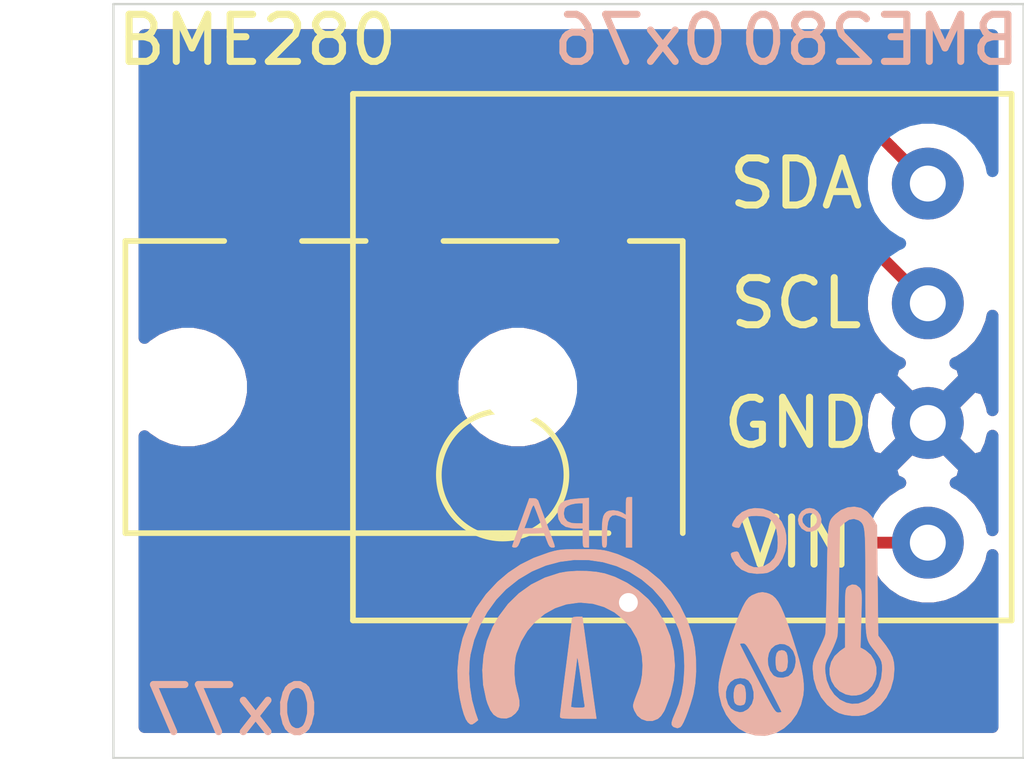
<source format=kicad_pcb>
(kicad_pcb (version 20171130) (host pcbnew "(5.1.5)-3")

  (general
    (thickness 1.6)
    (drawings 9)
    (tracks 11)
    (zones 0)
    (modules 3)
    (nets 5)
  )

  (page A4)
  (layers
    (0 F.Cu signal)
    (31 B.Cu signal)
    (32 B.Adhes user)
    (33 F.Adhes user)
    (34 B.Paste user)
    (35 F.Paste user)
    (36 B.SilkS user)
    (37 F.SilkS user)
    (38 B.Mask user)
    (39 F.Mask user)
    (40 Dwgs.User user)
    (41 Cmts.User user)
    (42 Eco1.User user)
    (43 Eco2.User user)
    (44 Edge.Cuts user)
    (45 Margin user)
    (46 B.CrtYd user)
    (47 F.CrtYd user)
    (48 B.Fab user)
    (49 F.Fab user)
  )

  (setup
    (last_trace_width 0.25)
    (trace_clearance 0.2)
    (zone_clearance 0.508)
    (zone_45_only no)
    (trace_min 0.2)
    (via_size 0.8)
    (via_drill 0.4)
    (via_min_size 0.4)
    (via_min_drill 0.3)
    (uvia_size 0.3)
    (uvia_drill 0.1)
    (uvias_allowed no)
    (uvia_min_size 0.2)
    (uvia_min_drill 0.1)
    (edge_width 0.05)
    (segment_width 0.2)
    (pcb_text_width 0.3)
    (pcb_text_size 1.5 1.5)
    (mod_edge_width 0.12)
    (mod_text_size 1 1)
    (mod_text_width 0.15)
    (pad_size 1.524 1.524)
    (pad_drill 0.762)
    (pad_to_mask_clearance 0.051)
    (solder_mask_min_width 0.25)
    (aux_axis_origin 0 0)
    (visible_elements 7FFFFFFF)
    (pcbplotparams
      (layerselection 0x010fc_ffffffff)
      (usegerberextensions false)
      (usegerberattributes false)
      (usegerberadvancedattributes false)
      (creategerberjobfile false)
      (excludeedgelayer true)
      (linewidth 0.100000)
      (plotframeref false)
      (viasonmask false)
      (mode 1)
      (useauxorigin false)
      (hpglpennumber 1)
      (hpglpenspeed 20)
      (hpglpendiameter 15.000000)
      (psnegative false)
      (psa4output false)
      (plotreference true)
      (plotvalue true)
      (plotinvisibletext false)
      (padsonsilk false)
      (subtractmaskfromsilk false)
      (outputformat 1)
      (mirror false)
      (drillshape 0)
      (scaleselection 1)
      (outputdirectory "gerbers/"))
  )

  (net 0 "")
  (net 1 GND)
  (net 2 SDA)
  (net 3 SCL)
  (net 4 +3V3)

  (net_class Default "Ceci est la Netclass par défaut."
    (clearance 0.2)
    (trace_width 0.25)
    (via_dia 0.8)
    (via_drill 0.4)
    (uvia_dia 0.3)
    (uvia_drill 0.1)
    (add_net +3V3)
    (add_net GND)
    (add_net SCL)
    (add_net SDA)
  )

  (module usini_sensors:module_bme280_alt (layer F.Cu) (tedit 5FDB462B) (tstamp 5FDC76C5)
    (at 179.07 26.67 180)
    (path /5FDC739E)
    (fp_text reference U1 (at 0.254 -10.16) (layer F.SilkS) hide
      (effects (font (size 1 1) (thickness 0.15)))
    )
    (fp_text value module_bme280_alt (at 5.588 3.048) (layer F.Fab)
      (effects (font (size 1 1) (thickness 0.15)))
    )
    (fp_circle (center 9.017 -6.179309) (end 9.779 -5.060916) (layer F.SilkS) (width 0.12))
    (fp_line (start -1.778 1.905) (end -1.778 -9.271) (layer F.SilkS) (width 0.12))
    (fp_line (start 12.192 1.905) (end -1.778 1.905) (layer F.SilkS) (width 0.12))
    (fp_line (start 12.192 -9.271) (end 12.192 1.905) (layer F.SilkS) (width 0.12))
    (fp_line (start -1.778 -9.271) (end 12.192 -9.271) (layer F.SilkS) (width 0.12))
    (fp_text user SDA (at 2.794 0) (layer F.SilkS)
      (effects (font (size 1 1) (thickness 0.15)))
    )
    (fp_text user SCL (at 2.794 -2.54) (layer F.SilkS)
      (effects (font (size 1 1) (thickness 0.15)))
    )
    (fp_text user GND (at 2.794 -5.08) (layer F.SilkS)
      (effects (font (size 1 1) (thickness 0.15)))
    )
    (fp_text user VIN (at 2.794 -7.62) (layer F.SilkS)
      (effects (font (size 1 1) (thickness 0.15)))
    )
    (pad 4 thru_hole circle (at 0 0 180) (size 1.524 1.524) (drill 0.762) (layers *.Cu *.Mask)
      (net 2 SDA))
    (pad 3 thru_hole circle (at 0 -2.54 180) (size 1.524 1.524) (drill 0.762) (layers *.Cu *.Mask)
      (net 3 SCL))
    (pad 2 thru_hole circle (at 0 -5.08 180) (size 1.524 1.524) (drill 0.762) (layers *.Cu *.Mask)
      (net 1 GND))
    (pad 1 thru_hole circle (at 0 -7.62 180) (size 1.524 1.524) (drill 0.762) (layers *.Cu *.Mask)
      (net 4 +3V3))
    (model ${KIPRJMOD}/usini_sensors.pretty/BME280_ALT.STEP
      (offset (xyz -1.5 3.7 9.5))
      (scale (xyz 1 1 1))
      (rotate (xyz 0 0 90))
    )
    (model ${KISYS3DMOD}/Connector_PinHeader_2.54mm.3dshapes/PinHeader_1x04_P2.54mm_Vertical.step
      (offset (xyz 0 7.6 9.5))
      (scale (xyz 1 1 1))
      (rotate (xyz 0 -180 0))
    )
    (model ${KISYS3DMOD}/Connector_PinSocket_2.54mm.3dshapes/PinSocket_1x04_P2.54mm_Vertical.step
      (offset (xyz 0 7.6 0))
      (scale (xyz 1 1 1))
      (rotate (xyz 0 0 0))
    )
  )

  (module usini_sensors:jack_3.5mm_TRRS (layer F.Cu) (tedit 5FDB7F81) (tstamp 5FDA3052)
    (at 168.148 30.988)
    (descr "Headphones with microphone connector, 3.5mm, 4 pins (http://www.qingpu-electronics.com/en/products/WQP-PJ320D-72.html)")
    (tags "3.5mm jack mic microphone phones headphones 4pins audio plug")
    (path /5FDC3E76)
    (attr smd)
    (fp_text reference J1 (at -0.508 0.508 90) (layer F.SilkS) hide
      (effects (font (size 1 1) (thickness 0.15)))
    )
    (fp_text value AudioJack4 (at -0.025 6.35) (layer F.Fab)
      (effects (font (size 1 1) (thickness 0.15)))
    )
    (fp_circle (center 3.9 -2.35) (end 3.95 -2.1) (layer F.Fab) (width 0.12))
    (fp_line (start -6.096 -3.1) (end -6.096 3.1) (layer F.SilkS) (width 0.12))
    (fp_line (start -8.73 -5) (end 6.07 -5) (layer F.CrtYd) (width 0.05))
    (fp_line (start -8.73 5) (end 6.07 5) (layer F.CrtYd) (width 0.05))
    (fp_line (start 5.725 3.1) (end 5.725 -3.1) (layer F.SilkS) (width 0.12))
    (fp_line (start -8.73 5) (end -8.73 -5) (layer F.CrtYd) (width 0.05))
    (fp_line (start 6.07 5) (end 6.07 -5) (layer F.CrtYd) (width 0.05))
    (fp_line (start -6.096 -3.1) (end -4 -3.1) (layer F.SilkS) (width 0.12))
    (fp_line (start -2.35 -3.1) (end -1 -3.1) (layer F.SilkS) (width 0.12))
    (fp_line (start 0.65 -3.1) (end 3.05 -3.1) (layer F.SilkS) (width 0.12))
    (fp_line (start 4.6 -3.1) (end 5.725 -3.1) (layer F.SilkS) (width 0.12))
    (fp_line (start 4.15 3.1) (end -6.096 3.1) (layer F.SilkS) (width 0.12))
    (fp_line (start 5.575 -2.9) (end 5.575 2.9) (layer F.Fab) (width 0.1))
    (fp_line (start -6.096 -2.9) (end 5.575 -2.9) (layer F.Fab) (width 0.1))
    (fp_line (start -6.096 -2.3) (end -6.096 -2.9) (layer F.Fab) (width 0.1))
    (fp_line (start -8.225 -2.3) (end -6.096 -2.3) (layer F.Fab) (width 0.1))
    (fp_line (start -8.225 2.3) (end -8.225 -2.3) (layer F.Fab) (width 0.1))
    (fp_line (start -6.096 2.3) (end -8.225 2.3) (layer F.Fab) (width 0.1))
    (fp_line (start -6.096 2.9) (end -6.096 2.286) (layer F.Fab) (width 0.1))
    (fp_line (start 5.575 2.9) (end -6.096 2.9) (layer F.Fab) (width 0.1))
    (fp_text user %R (at -1.195 0) (layer F.Fab)
      (effects (font (size 1 1) (thickness 0.15)))
    )
    (pad "" np_thru_hole circle (at 2.225 0) (size 1.5 1.5) (drill 1.5) (layers *.Cu *.Mask))
    (pad "" np_thru_hole circle (at -4.775 0) (size 1.5 1.5) (drill 1.5) (layers *.Cu *.Mask))
    (pad R2 smd roundrect (at -3.175 -4.572) (size 1.2 3.2) (layers F.Cu F.Paste F.Mask) (roundrect_rratio 0.25)
      (net 2 SDA))
    (pad R1 smd roundrect (at -0.175 -4.572) (size 1.2 3.2) (layers F.Cu F.Paste F.Mask) (roundrect_rratio 0.25)
      (net 3 SCL))
    (pad T smd roundrect (at 3.81 -4.572) (size 1.2 3.2) (layers F.Cu F.Paste F.Mask) (roundrect_rratio 0.25)
      (net 4 +3V3))
    (pad S smd roundrect (at 4.925 4.572) (size 1.2 3.2) (layers F.Cu F.Paste F.Mask) (roundrect_rratio 0.25)
      (net 1 GND))
    (model ${KIPRJMOD}/usini_sensors.pretty/audio_3.5mm_trrs.step
      (offset (xyz 5.5 -3 0))
      (scale (xyz 1 1 1))
      (rotate (xyz 0 0 -90))
    )
  )

  (module usini_sensors:temp_hum_baro_logo (layer B.Cu) (tedit 0) (tstamp 5FDA7B51)
    (at 173.736 35.814 180)
    (fp_text reference L1 (at -4.064 -5.588) (layer B.SilkS) hide
      (effects (font (size 1.524 1.524) (thickness 0.3)) (justify mirror))
    )
    (fp_text value LOGO (at 0.762 -5.842) (layer B.SilkS) hide
      (effects (font (size 1.524 1.524) (thickness 0.3)) (justify mirror))
    )
    (fp_poly (pts (xy -3.651278 0.600802) (xy -3.6322 0.584201) (xy -3.616297 0.565731) (xy -3.604104 0.541864)
      (xy -3.595132 0.506149) (xy -3.588888 0.452133) (xy -3.584884 0.373365) (xy -3.582629 0.263393)
      (xy -3.581631 0.115763) (xy -3.581401 -0.075974) (xy -3.5814 -0.08401) (xy -3.5814 -0.70142)
      (xy -3.470925 -0.779291) (xy -3.358498 -0.885343) (xy -3.286829 -1.009894) (xy -3.253801 -1.144851)
      (xy -3.257301 -1.282125) (xy -3.295212 -1.413623) (xy -3.365421 -1.531255) (xy -3.465812 -1.62693)
      (xy -3.59427 -1.692557) (xy -3.716301 -1.71803) (xy -3.812653 -1.715142) (xy -3.909008 -1.695409)
      (xy -3.920359 -1.6915) (xy -4.050676 -1.619094) (xy -4.148212 -1.51639) (xy -4.212428 -1.392347)
      (xy -4.242782 -1.255925) (xy -4.238735 -1.116084) (xy -4.199746 -0.981783) (xy -4.125274 -0.861984)
      (xy -4.014781 -0.765645) (xy -3.977488 -0.744185) (xy -3.903676 -0.705797) (xy -3.920614 -0.102675)
      (xy -3.925804 0.087837) (xy -3.929067 0.234284) (xy -3.930043 0.343376) (xy -3.928373 0.421824)
      (xy -3.923697 0.476337) (xy -3.915653 0.513627) (xy -3.903883 0.540404) (xy -3.888026 0.563378)
      (xy -3.884633 0.567724) (xy -3.813967 0.622001) (xy -3.730981 0.633366) (xy -3.651278 0.600802)) (layer B.SilkS) (width 0.01))
    (fp_poly (pts (xy -2.171637 -0.775873) (xy -2.131696 -0.821651) (xy -2.111912 -0.905571) (xy -2.1082 -0.9906)
      (xy -2.113212 -1.076274) (xy -2.125948 -1.14699) (xy -2.134494 -1.170069) (xy -2.180619 -1.209499)
      (xy -2.246054 -1.21643) (xy -2.310248 -1.189852) (xy -2.322286 -1.179285) (xy -2.351658 -1.116917)
      (xy -2.36217 -1.007465) (xy -2.3622 -0.999815) (xy -2.355213 -0.883127) (xy -2.33191 -0.809029)
      (xy -2.288785 -0.770952) (xy -2.2352 -0.762) (xy -2.171637 -0.775873)) (layer B.SilkS) (width 0.01))
    (fp_poly (pts (xy -1.299334 -1.488773) (xy -1.261237 -1.51965) (xy -1.23543 -1.575779) (xy -1.22127 -1.661612)
      (xy -1.219624 -1.757206) (xy -1.231361 -1.842623) (xy -1.245494 -1.881269) (xy -1.290322 -1.918251)
      (xy -1.356879 -1.930367) (xy -1.421405 -1.915373) (xy -1.442721 -1.89992) (xy -1.462965 -1.852537)
      (xy -1.472811 -1.773671) (xy -1.472701 -1.681468) (xy -1.463077 -1.594072) (xy -1.444383 -1.529632)
      (xy -1.433286 -1.513114) (xy -1.367542 -1.476549) (xy -1.299334 -1.488773)) (layer B.SilkS) (width 0.01))
    (fp_poly (pts (xy -2.752186 2.242429) (xy -2.662361 2.189092) (xy -2.605388 2.10802) (xy -2.58398 2.012273)
      (xy -2.600854 1.914911) (xy -2.658722 1.828995) (xy -2.665047 1.823146) (xy -2.759515 1.765679)
      (xy -2.859585 1.758448) (xy -2.952112 1.792194) (xy -3.029629 1.857258) (xy -3.06819 1.939059)
      (xy -3.071816 2.020306) (xy -2.989403 2.020306) (xy -2.977816 1.947809) (xy -2.930339 1.884289)
      (xy -2.895179 1.861465) (xy -2.839889 1.836131) (xy -2.802575 1.835215) (xy -2.759323 1.86168)
      (xy -2.733926 1.881444) (xy -2.679618 1.949488) (xy -2.667782 2.023912) (xy -2.693789 2.092063)
      (xy -2.753011 2.141289) (xy -2.835452 2.159) (xy -2.915558 2.139168) (xy -2.967762 2.088514)
      (xy -2.989403 2.020306) (xy -3.071816 2.020306) (xy -3.072151 2.027789) (xy -3.045868 2.113638)
      (xy -2.993697 2.186797) (xy -2.919992 2.237456) (xy -2.829111 2.255807) (xy -2.752186 2.242429)) (layer B.SilkS) (width 0.01))
    (fp_poly (pts (xy 3.297912 1.961871) (xy 3.352097 1.811488) (xy 3.399853 1.677312) (xy 3.438623 1.566659)
      (xy 3.465854 1.486844) (xy 3.478989 1.44518) (xy 3.4798 1.441171) (xy 3.458182 1.426636)
      (xy 3.421224 1.4224) (xy 3.384762 1.430791) (xy 3.355315 1.463031) (xy 3.324849 1.529721)
      (xy 3.310567 1.56845) (xy 3.258485 1.7145) (xy 2.801465 1.729008) (xy 2.745568 1.575704)
      (xy 2.711575 1.490447) (xy 2.68299 1.443637) (xy 2.651774 1.424733) (xy 2.628662 1.4224)
      (xy 2.590634 1.425238) (xy 2.579623 1.442894) (xy 2.591776 1.489082) (xy 2.601913 1.51765)
      (xy 2.626161 1.584468) (xy 2.661944 1.682319) (xy 2.70567 1.801462) (xy 2.719654 1.839477)
      (xy 2.8448 1.839477) (xy 2.868126 1.834369) (xy 2.929821 1.830592) (xy 3.017457 1.828846)
      (xy 3.034929 1.8288) (xy 3.225058 1.8288) (xy 3.178154 1.94945) (xy 3.141282 2.048552)
      (xy 3.102118 2.160061) (xy 3.086825 2.205732) (xy 3.059748 2.275275) (xy 3.035346 2.315791)
      (xy 3.022152 2.320032) (xy 3.007404 2.290501) (xy 2.981033 2.226107) (xy 2.947904 2.140037)
      (xy 2.912885 2.045476) (xy 2.880841 1.95561) (xy 2.856639 1.883626) (xy 2.845145 1.84271)
      (xy 2.8448 1.839477) (xy 2.719654 1.839477) (xy 2.753748 1.932153) (xy 2.802586 2.06465)
      (xy 2.848593 2.189211) (xy 2.888177 2.296093) (xy 2.917748 2.375553) (xy 2.933714 2.417849)
      (xy 2.934302 2.41935) (xy 2.975133 2.455489) (xy 3.03393 2.4638) (xy 3.116025 2.4638)
      (xy 3.297912 1.961871)) (layer B.SilkS) (width 0.01))
    (fp_poly (pts (xy 2.077999 2.458086) (xy 2.243838 2.440751) (xy 2.365257 2.408102) (xy 2.447221 2.356726)
      (xy 2.494698 2.28321) (xy 2.512652 2.18414) (xy 2.513135 2.159) (xy 2.494507 2.026583)
      (xy 2.439012 1.928468) (xy 2.345916 1.864003) (xy 2.214481 1.83254) (xy 2.13995 1.828968)
      (xy 1.9812 1.8288) (xy 1.9812 1.6256) (xy 1.980523 1.524822) (xy 1.976333 1.464477)
      (xy 1.965392 1.434203) (xy 1.944461 1.423633) (xy 1.9177 1.4224) (xy 1.8542 1.4224)
      (xy 1.8542 1.9304) (xy 1.9812 1.9304) (xy 2.117474 1.9304) (xy 2.223284 1.938921)
      (xy 2.298469 1.967549) (xy 2.320674 1.983044) (xy 2.371701 2.052719) (xy 2.389743 2.144467)
      (xy 2.372018 2.23951) (xy 2.361901 2.261159) (xy 2.315896 2.302523) (xy 2.234597 2.336408)
      (xy 2.13346 2.357585) (xy 2.06375 2.362059) (xy 1.9812 2.3622) (xy 1.9812 1.9304)
      (xy 1.8542 1.9304) (xy 1.8542 2.470847) (xy 2.077999 2.458086)) (layer B.SilkS) (width 0.01))
    (fp_poly (pts (xy 1.035623 2.48682) (xy 1.054558 2.472537) (xy 1.063681 2.435642) (xy 1.06657 2.365422)
      (xy 1.0668 2.299074) (xy 1.0668 2.108947) (xy 1.14935 2.159279) (xy 1.234882 2.193716)
      (xy 1.332662 2.207713) (xy 1.42236 2.200149) (xy 1.475401 2.177243) (xy 1.515888 2.137614)
      (xy 1.544054 2.085343) (xy 1.561909 2.011364) (xy 1.571463 1.906609) (xy 1.574725 1.762015)
      (xy 1.5748 1.72887) (xy 1.574306 1.599795) (xy 1.571898 1.513121) (xy 1.566183 1.460452)
      (xy 1.55577 1.433393) (xy 1.539268 1.423547) (xy 1.524 1.4224) (xy 1.500138 1.426127)
      (xy 1.485189 1.443668) (xy 1.477092 1.484564) (xy 1.473784 1.558355) (xy 1.4732 1.657518)
      (xy 1.46714 1.836082) (xy 1.447516 1.967918) (xy 1.412157 2.055805) (xy 1.358894 2.102521)
      (xy 1.285555 2.110843) (xy 1.189972 2.08355) (xy 1.153188 2.067206) (xy 1.0668 2.026212)
      (xy 1.0668 1.4224) (xy 0.9398 1.4224) (xy 0.9398 2.4892) (xy 1.0033 2.4892)
      (xy 1.035623 2.48682)) (layer B.SilkS) (width 0.01))
    (fp_poly (pts (xy -1.5367 2.232565) (xy -1.395654 2.170321) (xy -1.280612 2.071882) (xy -1.219155 1.981111)
      (xy -1.188855 1.914971) (xy -1.189389 1.878605) (xy -1.226536 1.857597) (xy -1.273646 1.845207)
      (xy -1.325333 1.841102) (xy -1.349963 1.869077) (xy -1.355263 1.886849) (xy -1.382528 1.940799)
      (xy -1.432469 2.003724) (xy -1.448535 2.020004) (xy -1.49458 2.059845) (xy -1.539303 2.082532)
      (xy -1.599163 2.092822) (xy -1.690615 2.095468) (xy -1.709818 2.0955) (xy -1.853793 2.084087)
      (xy -1.961189 2.046386) (xy -2.041641 1.977203) (xy -2.097659 1.886451) (xy -2.129571 1.787502)
      (xy -2.149252 1.658519) (xy -2.15545 1.519069) (xy -2.146911 1.388718) (xy -2.133817 1.321605)
      (xy -2.076398 1.197156) (xy -1.983658 1.096657) (xy -1.866593 1.027244) (xy -1.736195 0.996051)
      (xy -1.640208 1.001267) (xy -1.538012 1.041815) (xy -1.440676 1.116233) (xy -1.365903 1.209239)
      (xy -1.342377 1.25831) (xy -1.316394 1.315283) (xy -1.285786 1.334166) (xy -1.246112 1.329258)
      (xy -1.181623 1.310171) (xy -1.158078 1.28418) (xy -1.167895 1.235695) (xy -1.182675 1.198792)
      (xy -1.26694 1.058027) (xy -1.384691 0.953873) (xy -1.531565 0.889057) (xy -1.703198 0.866306)
      (xy -1.7145 0.866342) (xy -1.810835 0.870849) (xy -1.897122 0.880726) (xy -1.938402 0.889429)
      (xy -2.062464 0.951919) (xy -2.16729 1.054107) (xy -2.249512 1.187431) (xy -2.305762 1.34333)
      (xy -2.332673 1.513245) (xy -2.326877 1.688613) (xy -2.301131 1.8115) (xy -2.230916 1.968548)
      (xy -2.124619 2.095607) (xy -1.989953 2.188428) (xy -1.834631 2.242762) (xy -1.666366 2.254361)
      (xy -1.5367 2.232565)) (layer B.SilkS) (width 0.01))
    (fp_poly (pts (xy -3.631449 2.267964) (xy -3.493617 2.213042) (xy -3.380754 2.128369) (xy -3.342562 2.091044)
      (xy -3.310728 2.057179) (xy -3.284592 2.02195) (xy -3.263497 1.980534) (xy -3.246785 1.928108)
      (xy -3.233797 1.859849) (xy -3.223874 1.770934) (xy -3.21636 1.65654) (xy -3.210594 1.511844)
      (xy -3.20592 1.332023) (xy -3.201678 1.112253) (xy -3.19721 0.847713) (xy -3.195992 0.7747)
      (xy -3.191754 0.538521) (xy -3.187212 0.315889) (xy -3.182523 0.112406) (xy -3.177838 -0.066326)
      (xy -3.173311 -0.214704) (xy -3.169098 -0.327128) (xy -3.16535 -0.397993) (xy -3.16324 -0.4191)
      (xy -3.146083 -0.472939) (xy -3.110742 -0.558603) (xy -3.062851 -0.663045) (xy -3.022399 -0.745237)
      (xy -2.964798 -0.862005) (xy -2.927673 -0.948543) (xy -2.906672 -1.01894) (xy -2.897442 -1.087285)
      (xy -2.8956 -1.155724) (xy -2.917179 -1.369624) (xy -2.978713 -1.572916) (xy -3.075398 -1.757521)
      (xy -3.202429 -1.915361) (xy -3.355001 -2.038356) (xy -3.450882 -2.089478) (xy -3.576002 -2.127975)
      (xy -3.723016 -2.147989) (xy -3.870038 -2.148129) (xy -3.995182 -2.127009) (xy -4.003134 -2.12451)
      (xy -4.178046 -2.041373) (xy -4.329756 -1.917583) (xy -4.454142 -1.75957) (xy -4.547078 -1.573763)
      (xy -4.60444 -1.366593) (xy -4.621786 -1.164684) (xy -4.3688 -1.164684) (xy -4.3688 -1.165842)
      (xy -4.348551 -1.357394) (xy -4.290671 -1.531546) (xy -4.199464 -1.680329) (xy -4.079231 -1.795776)
      (xy -4.004049 -1.841303) (xy -3.863408 -1.893016) (xy -3.72664 -1.900931) (xy -3.603205 -1.875521)
      (xy -3.466132 -1.809069) (xy -3.347195 -1.701706) (xy -3.252119 -1.561781) (xy -3.186629 -1.397643)
      (xy -3.156874 -1.224566) (xy -3.153082 -1.147025) (xy -3.156115 -1.08582) (xy -3.16979 -1.027235)
      (xy -3.197921 -0.957555) (xy -3.244325 -0.863065) (xy -3.272951 -0.80731) (xy -3.327734 -0.693763)
      (xy -3.37393 -0.584444) (xy -3.405525 -0.49434) (xy -3.415599 -0.45171) (xy -3.41927 -0.403554)
      (xy -3.42347 -0.310472) (xy -3.428038 -0.178331) (xy -3.43281 -0.013001) (xy -3.437624 0.179651)
      (xy -3.442319 0.393755) (xy -3.446731 0.623443) (xy -3.449034 0.757625) (xy -3.4671 1.858149)
      (xy -3.561977 1.945075) (xy -3.663937 2.013008) (xy -3.7661 2.032485) (xy -3.863969 2.002871)
      (xy -3.883232 1.990581) (xy -3.913062 1.96812) (xy -3.937944 1.943171) (xy -3.958325 1.911191)
      (xy -3.974654 1.867637) (xy -3.987379 1.807964) (xy -3.996948 1.72763) (xy -4.00381 1.62209)
      (xy -4.008412 1.486801) (xy -4.011203 1.31722) (xy -4.012631 1.108802) (xy -4.013145 0.857006)
      (xy -4.0132 0.673101) (xy -4.013174 0.396812) (xy -4.013537 0.166246) (xy -4.014955 -0.023671)
      (xy -4.018092 -0.178015) (xy -4.023612 -0.301861) (xy -4.032182 -0.400286) (xy -4.044465 -0.478365)
      (xy -4.061127 -0.541173) (xy -4.082831 -0.593785) (xy -4.110243 -0.641278) (xy -4.144027 -0.688726)
      (xy -4.184849 -0.741205) (xy -4.201155 -0.762) (xy -4.277267 -0.862493) (xy -4.326165 -0.938743)
      (xy -4.353773 -1.005016) (xy -4.366011 -1.075575) (xy -4.3688 -1.164684) (xy -4.621786 -1.164684)
      (xy -4.622243 -1.159374) (xy -4.613824 -1.02535) (xy -4.585677 -0.907878) (xy -4.532104 -0.792673)
      (xy -4.447409 -0.66545) (xy -4.401205 -0.605019) (xy -4.2799 -0.450662) (xy -4.2545 1.8923)
      (xy -4.191 2.00433) (xy -4.131205 2.0902) (xy -4.057759 2.170623) (xy -4.03325 2.192112)
      (xy -3.912282 2.258576) (xy -3.774676 2.283501) (xy -3.631449 2.267964)) (layer B.SilkS) (width 0.01))
    (fp_poly (pts (xy 2.176458 -0.057017) (xy 2.20792 -0.076997) (xy 2.2098 -0.086708) (xy 2.212933 -0.119117)
      (xy 2.22187 -0.196273) (xy 2.235915 -0.31254) (xy 2.254371 -0.462284) (xy 2.276543 -0.639869)
      (xy 2.301734 -0.839658) (xy 2.329249 -1.056018) (xy 2.3368 -1.115084) (xy 2.364857 -1.335609)
      (xy 2.390765 -1.541687) (xy 2.413826 -1.727568) (xy 2.433339 -1.887506) (xy 2.448604 -2.015753)
      (xy 2.458923 -2.106559) (xy 2.463596 -2.154178) (xy 2.4638 -2.158676) (xy 2.461384 -2.178249)
      (xy 2.449125 -2.192066) (xy 2.419507 -2.201124) (xy 2.365012 -2.206425) (xy 2.278124 -2.208968)
      (xy 2.151326 -2.209753) (xy 2.079476 -2.2098) (xy 1.695153 -2.2098) (xy 1.707679 -2.12725)
      (xy 1.713835 -2.084278) (xy 1.726049 -1.996935) (xy 1.732551 -1.950074) (xy 1.939398 -1.950074)
      (xy 1.949569 -1.97094) (xy 1.986014 -1.979471) (xy 2.059714 -1.981188) (xy 2.083434 -1.9812)
      (xy 2.163624 -1.977921) (xy 2.218628 -1.969403) (xy 2.2352 -1.959633) (xy 2.232009 -1.928773)
      (xy 2.223127 -1.855748) (xy 2.209591 -1.748746) (xy 2.192438 -1.615954) (xy 2.172702 -1.465562)
      (xy 2.1717 -1.457983) (xy 2.151804 -1.305739) (xy 2.13446 -1.169543) (xy 2.120713 -1.057902)
      (xy 2.111613 -0.979323) (xy 2.108204 -0.942314) (xy 2.1082 -0.941916) (xy 2.101212 -0.917093)
      (xy 2.095115 -0.919018) (xy 2.087637 -0.947214) (xy 2.074863 -1.017535) (xy 2.058122 -1.121739)
      (xy 2.038742 -1.251583) (xy 2.019698 -1.386801) (xy 1.998794 -1.537991) (xy 1.979387 -1.675971)
      (xy 1.962856 -1.791103) (xy 1.950584 -1.873753) (xy 1.944517 -1.91135) (xy 1.939398 -1.950074)
      (xy 1.732551 -1.950074) (xy 1.743499 -1.871179) (xy 1.76536 -1.712973) (xy 1.790809 -1.528274)
      (xy 1.819024 -1.323044) (xy 1.849181 -1.103243) (xy 1.856786 -1.04775) (xy 1.993366 -0.0508)
      (xy 2.101583 -0.0508) (xy 2.176458 -0.057017)) (layer B.SilkS) (width 0.01))
    (fp_poly (pts (xy 2.311888 0.907888) (xy 2.473358 0.880112) (xy 2.787892 0.778117) (xy 3.076582 0.632904)
      (xy 3.337361 0.446146) (xy 3.568162 0.219516) (xy 3.766919 -0.045311) (xy 3.895345 -0.271246)
      (xy 4.012175 -0.560078) (xy 4.084453 -0.865941) (xy 4.11164 -1.180499) (xy 4.093198 -1.495416)
      (xy 4.028587 -1.802355) (xy 4.000097 -1.891704) (xy 3.941684 -2.028873) (xy 3.873897 -2.122121)
      (xy 3.790579 -2.178227) (xy 3.721166 -2.198763) (xy 3.602493 -2.203859) (xy 3.499842 -2.167076)
      (xy 3.412262 -2.096542) (xy 3.355709 -2.021114) (xy 3.329223 -1.93256) (xy 3.332228 -1.82213)
      (xy 3.364145 -1.681078) (xy 3.381156 -1.6256) (xy 3.417987 -1.460894) (xy 3.435144 -1.270345)
      (xy 3.432332 -1.074925) (xy 3.409254 -0.895608) (xy 3.392421 -0.826584) (xy 3.294366 -0.572222)
      (xy 3.158814 -0.345177) (xy 2.9904 -0.149096) (xy 2.793762 0.01237) (xy 2.573534 0.135575)
      (xy 2.334353 0.216871) (xy 2.080854 0.252608) (xy 2.019299 0.254) (xy 1.76601 0.229843)
      (xy 1.528834 0.159726) (xy 1.312429 0.047182) (xy 1.121456 -0.104258) (xy 0.960576 -0.291059)
      (xy 0.834447 -0.50969) (xy 0.763892 -0.697674) (xy 0.726792 -0.87762) (xy 0.712882 -1.076499)
      (xy 0.721789 -1.27621) (xy 0.75314 -1.458655) (xy 0.781449 -1.5494) (xy 0.835497 -1.690385)
      (xy 0.873871 -1.792258) (xy 0.89845 -1.86358) (xy 0.911115 -1.91291) (xy 0.913746 -1.948805)
      (xy 0.908223 -1.979826) (xy 0.896427 -2.014532) (xy 0.888502 -2.036694) (xy 0.826887 -2.143537)
      (xy 0.734387 -2.218407) (xy 0.62259 -2.257197) (xy 0.503088 -2.255798) (xy 0.391774 -2.212768)
      (xy 0.326549 -2.152272) (xy 0.263561 -2.057089) (xy 0.246961 -2.024283) (xy 0.126784 -1.714443)
      (xy 0.055425 -1.398979) (xy 0.032537 -1.082138) (xy 0.057774 -0.768164) (xy 0.130791 -0.461301)
      (xy 0.25124 -0.165795) (xy 0.418777 0.11411) (xy 0.421687 0.118225) (xy 0.594583 0.322895)
      (xy 0.80601 0.508798) (xy 1.044954 0.668392) (xy 1.300402 0.794137) (xy 1.515105 0.866874)
      (xy 1.692139 0.90101) (xy 1.896759 0.919402) (xy 2.109748 0.921783) (xy 2.311888 0.907888)) (layer B.SilkS) (width 0.01))
    (fp_poly (pts (xy 2.0447 1.382774) (xy 2.208558 1.38157) (xy 2.333272 1.378419) (xy 2.430493 1.372071)
      (xy 2.511873 1.361277) (xy 2.589062 1.344787) (xy 2.673712 1.321351) (xy 2.7051 1.311932)
      (xy 3.02192 1.19823) (xy 3.304225 1.057625) (xy 3.564239 0.883112) (xy 3.790728 0.689926)
      (xy 4.034991 0.427335) (xy 4.240786 0.136944) (xy 4.406166 -0.175842) (xy 4.529184 -0.505616)
      (xy 4.607893 -0.846972) (xy 4.640346 -1.194503) (xy 4.624596 -1.542803) (xy 4.616704 -1.603675)
      (xy 4.584036 -1.798858) (xy 4.545517 -1.972366) (xy 4.503281 -2.11685) (xy 4.459462 -2.224962)
      (xy 4.418123 -2.287476) (xy 4.369164 -2.327609) (xy 4.327159 -2.33017) (xy 4.272496 -2.295328)
      (xy 4.264333 -2.288786) (xy 4.205038 -2.240772) (xy 4.261781 -2.079236) (xy 4.333329 -1.822591)
      (xy 4.378918 -1.542886) (xy 4.397019 -1.257907) (xy 4.386103 -0.985445) (xy 4.367505 -0.849214)
      (xy 4.289519 -0.540064) (xy 4.168523 -0.235816) (xy 4.010248 0.053018) (xy 3.820424 0.315924)
      (xy 3.613103 0.534827) (xy 3.346312 0.747559) (xy 3.063536 0.915751) (xy 2.769002 1.040114)
      (xy 2.466938 1.121358) (xy 2.16157 1.160197) (xy 1.857125 1.15734) (xy 1.557832 1.1135)
      (xy 1.267916 1.029388) (xy 0.991606 0.905715) (xy 0.733128 0.743192) (xy 0.496709 0.542532)
      (xy 0.286577 0.304444) (xy 0.106958 0.029642) (xy 0.057829 -0.0635) (xy -0.049259 -0.308831)
      (xy -0.121716 -0.552153) (xy -0.162306 -0.807151) (xy -0.173791 -1.087512) (xy -0.171287 -1.198545)
      (xy -0.152624 -1.458585) (xy -0.115036 -1.68664) (xy -0.05492 -1.899158) (xy 0.026573 -2.102159)
      (xy 0.074004 -2.214811) (xy 0.096181 -2.292451) (xy 0.09389 -2.343687) (xy 0.067913 -2.377127)
      (xy 0.052469 -2.386706) (xy -0.023442 -2.411254) (xy -0.082603 -2.390344) (xy -0.113413 -2.35585)
      (xy -0.152239 -2.285646) (xy -0.198928 -2.178397) (xy -0.248989 -2.046333) (xy -0.297932 -1.901683)
      (xy -0.341266 -1.756678) (xy -0.360968 -1.681667) (xy -0.399749 -1.462234) (xy -0.417655 -1.214377)
      (xy -0.414904 -0.955886) (xy -0.391715 -0.704552) (xy -0.348303 -0.478163) (xy -0.346155 -0.4699)
      (xy -0.230259 -0.123274) (xy -0.073513 0.19485) (xy 0.121785 0.482144) (xy 0.353339 0.736279)
      (xy 0.618854 0.954928) (xy 0.916033 1.135761) (xy 1.242579 1.276451) (xy 1.4351 1.336209)
      (xy 1.516834 1.355387) (xy 1.604031 1.368817) (xy 1.707484 1.377323) (xy 1.837984 1.381731)
      (xy 2.006323 1.382865) (xy 2.0447 1.382774)) (layer B.SilkS) (width 0.01))
    (fp_poly (pts (xy -1.745905 0.458491) (xy -1.701028 0.444228) (xy -1.606474 0.405449) (xy -1.541669 0.360448)
      (xy -1.486497 0.293301) (xy -1.461177 0.254373) (xy -1.407371 0.154321) (xy -1.344582 0.014493)
      (xy -1.276087 -0.15559) (xy -1.205165 -0.346408) (xy -1.135094 -0.548437) (xy -1.069152 -0.752156)
      (xy -1.010616 -0.948045) (xy -0.962766 -1.126581) (xy -0.928878 -1.278244) (xy -0.923632 -1.306995)
      (xy -0.903869 -1.438478) (xy -0.896928 -1.542533) (xy -0.902214 -1.640728) (xy -0.912382 -1.7145)
      (xy -0.968373 -1.932665) (xy -1.05956 -2.12564) (xy -1.181101 -2.289389) (xy -1.328154 -2.419876)
      (xy -1.495875 -2.513066) (xy -1.679422 -2.564926) (xy -1.873952 -2.571419) (xy -1.932137 -2.564175)
      (xy -2.115721 -2.509866) (xy -2.283975 -2.411997) (xy -2.431268 -2.276876) (xy -2.551968 -2.110809)
      (xy -2.571402 -2.068919) (xy -2.2352 -2.068919) (xy -2.213193 -2.078903) (xy -2.163519 -2.0828)
      (xy -2.142646 -2.080815) (xy -2.122172 -2.071793) (xy -2.099256 -2.051128) (xy -2.07106 -2.014215)
      (xy -2.034743 -1.95645) (xy -1.987465 -1.873229) (xy -1.936024 -1.777819) (xy -1.643406 -1.777819)
      (xy -1.60762 -1.899171) (xy -1.536989 -1.996327) (xy -1.501194 -2.02477) (xy -1.419746 -2.069263)
      (xy -1.346115 -2.079498) (xy -1.258977 -2.057117) (xy -1.230271 -2.045656) (xy -1.153821 -1.995469)
      (xy -1.097331 -1.911135) (xy -1.091945 -1.899606) (xy -1.051784 -1.765978) (xy -1.049984 -1.637838)
      (xy -1.082653 -1.523489) (xy -1.145901 -1.431233) (xy -1.235836 -1.369372) (xy -1.348567 -1.346211)
      (xy -1.351296 -1.3462) (xy -1.458194 -1.358351) (xy -1.533124 -1.400866) (xy -1.590249 -1.482837)
      (xy -1.601802 -1.506999) (xy -1.642187 -1.643388) (xy -1.643406 -1.777819) (xy -1.936024 -1.777819)
      (xy -1.926387 -1.759946) (xy -1.848668 -1.611997) (xy -1.751469 -1.424778) (xy -1.719019 -1.362068)
      (xy -1.628234 -1.186085) (xy -1.545437 -1.024663) (xy -1.473407 -0.883296) (xy -1.414924 -0.767477)
      (xy -1.37277 -0.6827) (xy -1.349724 -0.634457) (xy -1.3462 -0.625468) (xy -1.368151 -0.614066)
      (xy -1.41605 -0.609985) (xy -1.436574 -0.612384) (xy -1.457133 -0.622405) (xy -1.480551 -0.644638)
      (xy -1.509652 -0.683674) (xy -1.547258 -0.744104) (xy -1.596194 -0.830518) (xy -1.659283 -0.947507)
      (xy -1.739347 -1.099662) (xy -1.839212 -1.291574) (xy -1.86055 -1.332705) (xy -1.951637 -1.50874)
      (xy -2.034728 -1.670126) (xy -2.107044 -1.811399) (xy -2.165804 -1.927098) (xy -2.208227 -2.011757)
      (xy -2.231534 -2.059913) (xy -2.2352 -2.068919) (xy -2.571402 -2.068919) (xy -2.640445 -1.920102)
      (xy -2.690543 -1.714822) (xy -2.701216 -1.594371) (xy -2.699038 -1.464928) (xy -2.682812 -1.320538)
      (xy -2.651345 -1.155248) (xy -2.612766 -1.000497) (xy -2.536597 -1.000497) (xy -2.515535 -1.115579)
      (xy -2.512404 -1.127066) (xy -2.460643 -1.241141) (xy -2.379942 -1.313535) (xy -2.269654 -1.34476)
      (xy -2.2352 -1.3462) (xy -2.141881 -1.337338) (xy -2.074563 -1.305855) (xy -2.050324 -1.285687)
      (xy -1.983621 -1.192314) (xy -1.945592 -1.072565) (xy -1.937436 -0.942795) (xy -1.960355 -0.819361)
      (xy -2.009251 -0.726298) (xy -2.095116 -0.652987) (xy -2.196017 -0.621219) (xy -2.300216 -0.62937)
      (xy -2.395972 -0.675814) (xy -2.471546 -0.758925) (xy -2.489456 -0.792793) (xy -2.528473 -0.901199)
      (xy -2.536597 -1.000497) (xy -2.612766 -1.000497) (xy -2.603443 -0.963103) (xy -2.537912 -0.738149)
      (xy -2.453557 -0.474433) (xy -2.423907 -0.385395) (xy -2.346818 -0.162069) (xy -2.279251 0.017244)
      (xy -2.218065 0.157731) (xy -2.160119 0.264574) (xy -2.102273 0.342959) (xy -2.041384 0.398069)
      (xy -1.974312 0.435091) (xy -1.914735 0.454997) (xy -1.827413 0.469571) (xy -1.745905 0.458491)) (layer B.SilkS) (width 0.01))
  )

  (gr_text BME280 (at 164.846 23.622) (layer F.SilkS)
    (effects (font (size 1 1) (thickness 0.15)))
  )
  (gr_line (start 181.102 22.86) (end 180.848 22.86) (layer Edge.Cuts) (width 0.05) (tstamp 5FDA2D9F))
  (gr_line (start 181.102 38.862) (end 181.102 22.86) (layer Edge.Cuts) (width 0.05))
  (gr_line (start 161.798 38.862) (end 181.102 38.862) (layer Edge.Cuts) (width 0.05))
  (gr_line (start 161.798 22.86) (end 161.798 38.862) (layer Edge.Cuts) (width 0.05))
  (gr_line (start 180.848 22.86) (end 161.798 22.86) (layer Edge.Cuts) (width 0.05))
  (gr_text 0x77 (at 164.338 37.846) (layer B.SilkS)
    (effects (font (size 1 1) (thickness 0.15)) (justify mirror))
  )
  (gr_text 0x76 (at 172.974 23.622) (layer B.SilkS)
    (effects (font (size 1 1) (thickness 0.15)) (justify mirror))
  )
  (gr_text BME280 (at 178.054 23.622) (layer B.SilkS)
    (effects (font (size 1 1) (thickness 0.15)) (justify mirror))
  )

  (via (at 172.72 35.56) (size 0.8) (drill 0.4) (layers F.Cu B.Cu) (net 1))
  (segment (start 178.308001 25.908001) (end 179.07 26.67) (width 0.25) (layer F.Cu) (net 2))
  (segment (start 176.158991 23.758991) (end 178.308001 25.908001) (width 0.25) (layer F.Cu) (net 2))
  (segment (start 167.630009 23.758991) (end 176.158991 23.758991) (width 0.25) (layer F.Cu) (net 2))
  (segment (start 164.973 26.416) (end 167.630009 23.758991) (width 0.25) (layer F.Cu) (net 2))
  (segment (start 174.069 24.209) (end 179.07 29.21) (width 0.25) (layer F.Cu) (net 3))
  (segment (start 167.973 26.416) (end 170.18 24.209) (width 0.25) (layer F.Cu) (net 3))
  (segment (start 170.18 24.209) (end 174.069 24.209) (width 0.25) (layer F.Cu) (net 3))
  (segment (start 171.958 26.416) (end 171.958 30.988) (width 0.25) (layer F.Cu) (net 4))
  (segment (start 175.26 34.29) (end 179.07 34.29) (width 0.25) (layer F.Cu) (net 4))
  (segment (start 171.958 30.988) (end 175.26 34.29) (width 0.25) (layer F.Cu) (net 4))

  (zone (net 1) (net_name GND) (layer F.Cu) (tstamp 5FE0DFD8) (hatch edge 0.508)
    (connect_pads (clearance 0.508))
    (min_thickness 0.254)
    (fill yes (arc_segments 32) (thermal_gap 0.508) (thermal_bridge_width 0.508))
    (polygon
      (pts
        (xy 181.102 38.862) (xy 161.798 38.862) (xy 161.798 22.86) (xy 181.102 22.86)
      )
    )
    (filled_polygon
      (pts
        (xy 165.895233 24.418966) (xy 165.794165 24.336022) (xy 165.631985 24.249334) (xy 165.456009 24.195953) (xy 165.273 24.177928)
        (xy 164.673 24.177928) (xy 164.489991 24.195953) (xy 164.314015 24.249334) (xy 164.151835 24.336022) (xy 164.009683 24.452683)
        (xy 163.893022 24.594835) (xy 163.806334 24.757015) (xy 163.752953 24.932991) (xy 163.734928 25.116) (xy 163.734928 27.716)
        (xy 163.752953 27.899009) (xy 163.806334 28.074985) (xy 163.893022 28.237165) (xy 164.009683 28.379317) (xy 164.151835 28.495978)
        (xy 164.314015 28.582666) (xy 164.489991 28.636047) (xy 164.673 28.654072) (xy 165.273 28.654072) (xy 165.456009 28.636047)
        (xy 165.631985 28.582666) (xy 165.794165 28.495978) (xy 165.936317 28.379317) (xy 166.052978 28.237165) (xy 166.139666 28.074985)
        (xy 166.193047 27.899009) (xy 166.211072 27.716) (xy 166.211072 26.252729) (xy 166.734928 25.728873) (xy 166.734928 27.716)
        (xy 166.752953 27.899009) (xy 166.806334 28.074985) (xy 166.893022 28.237165) (xy 167.009683 28.379317) (xy 167.151835 28.495978)
        (xy 167.314015 28.582666) (xy 167.489991 28.636047) (xy 167.673 28.654072) (xy 168.273 28.654072) (xy 168.456009 28.636047)
        (xy 168.631985 28.582666) (xy 168.794165 28.495978) (xy 168.936317 28.379317) (xy 169.052978 28.237165) (xy 169.139666 28.074985)
        (xy 169.193047 27.899009) (xy 169.211072 27.716) (xy 169.211072 26.252729) (xy 170.494802 24.969) (xy 170.734406 24.969)
        (xy 170.719928 25.116) (xy 170.719928 27.716) (xy 170.737953 27.899009) (xy 170.791334 28.074985) (xy 170.878022 28.237165)
        (xy 170.994683 28.379317) (xy 171.136835 28.495978) (xy 171.198 28.528672) (xy 171.198001 29.873523) (xy 171.029043 29.760629)
        (xy 170.776989 29.656225) (xy 170.509411 29.603) (xy 170.236589 29.603) (xy 169.969011 29.656225) (xy 169.716957 29.760629)
        (xy 169.490114 29.912201) (xy 169.297201 30.105114) (xy 169.145629 30.331957) (xy 169.041225 30.584011) (xy 168.988 30.851589)
        (xy 168.988 31.124411) (xy 169.041225 31.391989) (xy 169.145629 31.644043) (xy 169.297201 31.870886) (xy 169.490114 32.063799)
        (xy 169.716957 32.215371) (xy 169.969011 32.319775) (xy 170.236589 32.373) (xy 170.509411 32.373) (xy 170.776989 32.319775)
        (xy 171.029043 32.215371) (xy 171.255886 32.063799) (xy 171.448799 31.870886) (xy 171.575886 31.680687) (xy 173.289474 33.394276)
        (xy 173.2 33.48375) (xy 173.2 35.433) (xy 174.14925 35.433) (xy 174.308 35.27425) (xy 174.310009 34.414811)
        (xy 174.696201 34.801003) (xy 174.719999 34.830001) (xy 174.835724 34.924974) (xy 174.967753 34.995546) (xy 175.111014 35.039003)
        (xy 175.222667 35.05) (xy 175.222676 35.05) (xy 175.259999 35.053676) (xy 175.297322 35.05) (xy 177.897659 35.05)
        (xy 177.98488 35.180535) (xy 178.179465 35.37512) (xy 178.408273 35.528005) (xy 178.66251 35.633314) (xy 178.932408 35.687)
        (xy 179.207592 35.687) (xy 179.47749 35.633314) (xy 179.731727 35.528005) (xy 179.960535 35.37512) (xy 180.15512 35.180535)
        (xy 180.308005 34.951727) (xy 180.413314 34.69749) (xy 180.442 34.553274) (xy 180.442 38.202) (xy 162.458 38.202)
        (xy 162.458 37.16) (xy 171.834928 37.16) (xy 171.847188 37.284482) (xy 171.883498 37.40418) (xy 171.942463 37.514494)
        (xy 172.021815 37.611185) (xy 172.118506 37.690537) (xy 172.22882 37.749502) (xy 172.348518 37.785812) (xy 172.473 37.798072)
        (xy 172.78725 37.795) (xy 172.946 37.63625) (xy 172.946 35.687) (xy 173.2 35.687) (xy 173.2 37.63625)
        (xy 173.35875 37.795) (xy 173.673 37.798072) (xy 173.797482 37.785812) (xy 173.91718 37.749502) (xy 174.027494 37.690537)
        (xy 174.124185 37.611185) (xy 174.203537 37.514494) (xy 174.262502 37.40418) (xy 174.298812 37.284482) (xy 174.311072 37.16)
        (xy 174.308 35.84575) (xy 174.14925 35.687) (xy 173.2 35.687) (xy 172.946 35.687) (xy 171.99675 35.687)
        (xy 171.838 35.84575) (xy 171.834928 37.16) (xy 162.458 37.16) (xy 162.458 33.96) (xy 171.834928 33.96)
        (xy 171.838 35.27425) (xy 171.99675 35.433) (xy 172.946 35.433) (xy 172.946 33.48375) (xy 172.78725 33.325)
        (xy 172.473 33.321928) (xy 172.348518 33.334188) (xy 172.22882 33.370498) (xy 172.118506 33.429463) (xy 172.021815 33.508815)
        (xy 171.942463 33.605506) (xy 171.883498 33.71582) (xy 171.847188 33.835518) (xy 171.834928 33.96) (xy 162.458 33.96)
        (xy 162.458 32.031685) (xy 162.490114 32.063799) (xy 162.716957 32.215371) (xy 162.969011 32.319775) (xy 163.236589 32.373)
        (xy 163.509411 32.373) (xy 163.776989 32.319775) (xy 164.029043 32.215371) (xy 164.255886 32.063799) (xy 164.448799 31.870886)
        (xy 164.600371 31.644043) (xy 164.704775 31.391989) (xy 164.758 31.124411) (xy 164.758 30.851589) (xy 164.704775 30.584011)
        (xy 164.600371 30.331957) (xy 164.448799 30.105114) (xy 164.255886 29.912201) (xy 164.029043 29.760629) (xy 163.776989 29.656225)
        (xy 163.509411 29.603) (xy 163.236589 29.603) (xy 162.969011 29.656225) (xy 162.716957 29.760629) (xy 162.490114 29.912201)
        (xy 162.458 29.944315) (xy 162.458 23.52) (xy 166.794198 23.52)
      )
    )
    (filled_polygon
      (pts
        (xy 177.703628 28.91843) (xy 177.673 29.072408) (xy 177.673 29.347592) (xy 177.726686 29.61749) (xy 177.831995 29.871727)
        (xy 177.98488 30.100535) (xy 178.179465 30.29512) (xy 178.408273 30.448005) (xy 178.479943 30.477692) (xy 178.466977 30.482364)
        (xy 178.35102 30.544344) (xy 178.28404 30.784435) (xy 179.07 31.570395) (xy 179.85596 30.784435) (xy 179.78898 30.544344)
        (xy 179.65324 30.480515) (xy 179.731727 30.448005) (xy 179.960535 30.29512) (xy 180.15512 30.100535) (xy 180.308005 29.871727)
        (xy 180.413314 29.61749) (xy 180.442001 29.473273) (xy 180.442 31.479416) (xy 180.430922 31.405867) (xy 180.337636 31.146977)
        (xy 180.275656 31.03102) (xy 180.035565 30.96404) (xy 179.249605 31.75) (xy 180.035565 32.53596) (xy 180.275656 32.46898)
        (xy 180.392756 32.219952) (xy 180.442 32.021474) (xy 180.442 34.026726) (xy 180.413314 33.88251) (xy 180.308005 33.628273)
        (xy 180.15512 33.399465) (xy 179.960535 33.20488) (xy 179.731727 33.051995) (xy 179.660057 33.022308) (xy 179.673023 33.017636)
        (xy 179.78898 32.955656) (xy 179.85596 32.715565) (xy 179.07 31.929605) (xy 178.28404 32.715565) (xy 178.35102 32.955656)
        (xy 178.48676 33.019485) (xy 178.408273 33.051995) (xy 178.179465 33.20488) (xy 177.98488 33.399465) (xy 177.897659 33.53)
        (xy 175.574802 33.53) (xy 173.866819 31.822017) (xy 177.66809 31.822017) (xy 177.709078 32.094133) (xy 177.802364 32.353023)
        (xy 177.864344 32.46898) (xy 178.104435 32.53596) (xy 178.890395 31.75) (xy 178.104435 30.96404) (xy 177.864344 31.03102)
        (xy 177.747244 31.280048) (xy 177.680977 31.547135) (xy 177.66809 31.822017) (xy 173.866819 31.822017) (xy 172.718 30.673199)
        (xy 172.718 28.528672) (xy 172.779165 28.495978) (xy 172.921317 28.379317) (xy 173.037978 28.237165) (xy 173.124666 28.074985)
        (xy 173.178047 27.899009) (xy 173.196072 27.716) (xy 173.196072 25.116) (xy 173.181594 24.969) (xy 173.754199 24.969)
      )
    )
  )
  (zone (net 1) (net_name GND) (layer B.Cu) (tstamp 5FE0DFD5) (hatch edge 0.508)
    (connect_pads (clearance 0.508))
    (min_thickness 0.254)
    (fill yes (arc_segments 32) (thermal_gap 0.508) (thermal_bridge_width 0.508))
    (polygon
      (pts
        (xy 181.102 38.862) (xy 161.798 38.862) (xy 161.798 22.86) (xy 181.102 22.86)
      )
    )
    (filled_polygon
      (pts
        (xy 180.442001 26.406728) (xy 180.413314 26.26251) (xy 180.308005 26.008273) (xy 180.15512 25.779465) (xy 179.960535 25.58488)
        (xy 179.731727 25.431995) (xy 179.47749 25.326686) (xy 179.207592 25.273) (xy 178.932408 25.273) (xy 178.66251 25.326686)
        (xy 178.408273 25.431995) (xy 178.179465 25.58488) (xy 177.98488 25.779465) (xy 177.831995 26.008273) (xy 177.726686 26.26251)
        (xy 177.673 26.532408) (xy 177.673 26.807592) (xy 177.726686 27.07749) (xy 177.831995 27.331727) (xy 177.98488 27.560535)
        (xy 178.179465 27.75512) (xy 178.408273 27.908005) (xy 178.485515 27.94) (xy 178.408273 27.971995) (xy 178.179465 28.12488)
        (xy 177.98488 28.319465) (xy 177.831995 28.548273) (xy 177.726686 28.80251) (xy 177.673 29.072408) (xy 177.673 29.347592)
        (xy 177.726686 29.61749) (xy 177.831995 29.871727) (xy 177.98488 30.100535) (xy 178.179465 30.29512) (xy 178.408273 30.448005)
        (xy 178.479943 30.477692) (xy 178.466977 30.482364) (xy 178.35102 30.544344) (xy 178.28404 30.784435) (xy 179.07 31.570395)
        (xy 179.85596 30.784435) (xy 179.78898 30.544344) (xy 179.65324 30.480515) (xy 179.731727 30.448005) (xy 179.960535 30.29512)
        (xy 180.15512 30.100535) (xy 180.308005 29.871727) (xy 180.413314 29.61749) (xy 180.442001 29.473273) (xy 180.442 31.479416)
        (xy 180.430922 31.405867) (xy 180.337636 31.146977) (xy 180.275656 31.03102) (xy 180.035565 30.96404) (xy 179.249605 31.75)
        (xy 180.035565 32.53596) (xy 180.275656 32.46898) (xy 180.392756 32.219952) (xy 180.442 32.021474) (xy 180.442 34.026726)
        (xy 180.413314 33.88251) (xy 180.308005 33.628273) (xy 180.15512 33.399465) (xy 179.960535 33.20488) (xy 179.731727 33.051995)
        (xy 179.660057 33.022308) (xy 179.673023 33.017636) (xy 179.78898 32.955656) (xy 179.85596 32.715565) (xy 179.07 31.929605)
        (xy 178.28404 32.715565) (xy 178.35102 32.955656) (xy 178.48676 33.019485) (xy 178.408273 33.051995) (xy 178.179465 33.20488)
        (xy 177.98488 33.399465) (xy 177.831995 33.628273) (xy 177.726686 33.88251) (xy 177.673 34.152408) (xy 177.673 34.427592)
        (xy 177.726686 34.69749) (xy 177.831995 34.951727) (xy 177.98488 35.180535) (xy 178.179465 35.37512) (xy 178.408273 35.528005)
        (xy 178.66251 35.633314) (xy 178.932408 35.687) (xy 179.207592 35.687) (xy 179.47749 35.633314) (xy 179.731727 35.528005)
        (xy 179.960535 35.37512) (xy 180.15512 35.180535) (xy 180.308005 34.951727) (xy 180.413314 34.69749) (xy 180.442 34.553274)
        (xy 180.442 38.202) (xy 162.458 38.202) (xy 162.458 32.031685) (xy 162.490114 32.063799) (xy 162.716957 32.215371)
        (xy 162.969011 32.319775) (xy 163.236589 32.373) (xy 163.509411 32.373) (xy 163.776989 32.319775) (xy 164.029043 32.215371)
        (xy 164.255886 32.063799) (xy 164.448799 31.870886) (xy 164.600371 31.644043) (xy 164.704775 31.391989) (xy 164.758 31.124411)
        (xy 164.758 30.851589) (xy 168.988 30.851589) (xy 168.988 31.124411) (xy 169.041225 31.391989) (xy 169.145629 31.644043)
        (xy 169.297201 31.870886) (xy 169.490114 32.063799) (xy 169.716957 32.215371) (xy 169.969011 32.319775) (xy 170.236589 32.373)
        (xy 170.509411 32.373) (xy 170.776989 32.319775) (xy 171.029043 32.215371) (xy 171.255886 32.063799) (xy 171.448799 31.870886)
        (xy 171.481452 31.822017) (xy 177.66809 31.822017) (xy 177.709078 32.094133) (xy 177.802364 32.353023) (xy 177.864344 32.46898)
        (xy 178.104435 32.53596) (xy 178.890395 31.75) (xy 178.104435 30.96404) (xy 177.864344 31.03102) (xy 177.747244 31.280048)
        (xy 177.680977 31.547135) (xy 177.66809 31.822017) (xy 171.481452 31.822017) (xy 171.600371 31.644043) (xy 171.704775 31.391989)
        (xy 171.758 31.124411) (xy 171.758 30.851589) (xy 171.704775 30.584011) (xy 171.600371 30.331957) (xy 171.448799 30.105114)
        (xy 171.255886 29.912201) (xy 171.029043 29.760629) (xy 170.776989 29.656225) (xy 170.509411 29.603) (xy 170.236589 29.603)
        (xy 169.969011 29.656225) (xy 169.716957 29.760629) (xy 169.490114 29.912201) (xy 169.297201 30.105114) (xy 169.145629 30.331957)
        (xy 169.041225 30.584011) (xy 168.988 30.851589) (xy 164.758 30.851589) (xy 164.704775 30.584011) (xy 164.600371 30.331957)
        (xy 164.448799 30.105114) (xy 164.255886 29.912201) (xy 164.029043 29.760629) (xy 163.776989 29.656225) (xy 163.509411 29.603)
        (xy 163.236589 29.603) (xy 162.969011 29.656225) (xy 162.716957 29.760629) (xy 162.490114 29.912201) (xy 162.458 29.944315)
        (xy 162.458 23.52) (xy 180.442001 23.52)
      )
    )
  )
)

</source>
